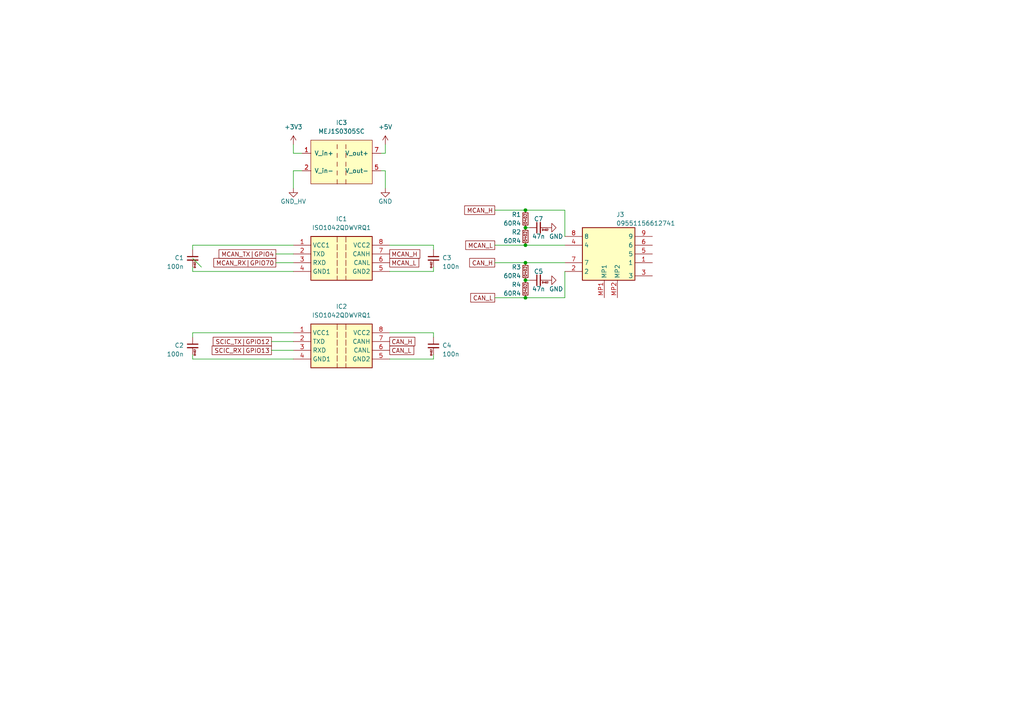
<source format=kicad_sch>
(kicad_sch (version 20230121) (generator eeschema)
  (paper "A4")
  (lib_symbols
    (symbol "LEA_SymbolLibrary:+3V3" (power) (pin_numbers hide) (pin_names (offset 0))
      (property "Value" "+3V3" (at 0 3.81 0))
      (symbol "+3V3_1_1"
        (polyline (pts (xy -0.762 1.27) (xy 0 2.54)))
        (polyline (pts (xy 0 0) (xy 0 2.54)))
        (polyline (pts (xy 0 2.54) (xy 0.762 1.27)))
        (pin power_in line (at 0 0 90) (length 0) hide (name "+3V3") (number "1"))
      )
    )
    (symbol "LEA_SymbolLibrary:+5V" (power) (pin_numbers hide) (pin_names (offset 0))
      (property "Value" "+5V" (at 0 5.08 0))
      (symbol "+5V_1_1"
        (polyline (pts (xy -0.762 1.27) (xy 0 2.54)))
        (polyline (pts (xy 0 0) (xy 0 2.54)))
        (polyline (pts (xy 0 2.54) (xy 0.762 1.27)))
        (pin power_in line (at 0 0 90) (length 0) hide (name "+5V") (number "1"))
      )
    )
    (symbol "LEA_SymbolLibrary:C_0402_100n_X7R_10P__50V" (pin_numbers hide) (pin_names (offset 0.254) hide)
      (property "Reference" "C" (at 0.762 0.508 0))
      (property "Value" "100n" (at 0.762 -1.016 0))
      (symbol "C_0402_100n_X7R_10P__50V_0_0"
        (text "0402" (at -0.635 -1.905 900) (effects (font (size 0.5 0.5))))
      )
      (symbol "C_0402_100n_X7R_10P__50V_0_1"
        (polyline (pts (xy -1.524 -0.508) (xy 1.524 -0.508)) (stroke (width 0.3302)))
        (polyline (pts (xy -1.524 0.508) (xy 1.524 0.508)) (stroke (width 0.3048)))
      )
      (symbol "C_0402_100n_X7R_10P__50V_1_1"
        (pin passive line (at 0 2.54 270) (length 2.032) (name "1") (number "1"))
        (pin passive line (at 0 -2.54 90) (length 2.032) (name "2") (number "2"))
      )
    )
    (symbol "LEA_SymbolLibrary:C_0402_47n_X5R_10P_50V" (pin_numbers hide) (pin_names (offset 0.254) hide)
      (property "Reference" "C" (at 0.254 1.778 0))
      (property "Value" "C_0402" (at 0.254 -2.032 0))
      (symbol "C_0402_47n_X5R_10P_50V_0_0"
        (text "0402" (at -0.635 -1.905 900) (effects (font (size 0.5 0.5))))
      )
      (symbol "C_0402_47n_X5R_10P_50V_0_1"
        (polyline (pts (xy -1.524 -0.508) (xy 1.524 -0.508)) (stroke (width 0.3302)))
        (polyline (pts (xy -1.524 0.508) (xy 1.524 0.508)) (stroke (width 0.3048)))
      )
      (symbol "C_0402_47n_X5R_10P_50V_1_1"
        (pin passive line (at 0 2.54 270) (length 2.032) (name "1") (number "1"))
        (pin passive line (at 0 -2.54 90) (length 2.032) (name "2") (number "2"))
      )
    )
    (symbol "LEA_SymbolLibrary:Conn_sub-D_09551156612741"
      (property "Reference" "J" (at -3.81 22.86 0))
      (property "Value" "09551156612741" (at -3.81 20.32 0))
      (symbol "Conn_sub-D_09551156612741_1_1"
        (rectangle (start 7.62 7.62) (end -7.62 -7.62) (stroke (width 0.254)) (fill (type background)))
        (pin passive line (at 12.7 -2.54 180) (length 5.08) (name "1") (number "1"))
        (pin passive line (at -12.7 -5.08 0) (length 5.08) (name "2") (number "2"))
        (pin passive line (at 12.7 -6.35 180) (length 5.08) (name "3") (number "3"))
        (pin passive line (at -12.7 2.54 0) (length 5.08) (name "4") (number "4"))
        (pin passive line (at 12.7 0 180) (length 5.08) (name "5") (number "5"))
        (pin passive line (at 12.7 2.54 180) (length 5.08) (name "6") (number "6"))
        (pin passive line (at -12.7 -2.54 0) (length 5.08) (name "7") (number "7"))
        (pin passive line (at -12.7 5.08 0) (length 5.08) (name "8") (number "8"))
        (pin passive line (at 12.7 5.08 180) (length 5.08) (name "9") (number "9"))
        (pin passive line (at -1.27 -12.7 90) (length 5.08) (name "MP1") (number "MP1"))
        (pin passive line (at 2.54 -12.7 90) (length 5.08) (name "MP2") (number "MP2"))
      )
    )
    (symbol "LEA_SymbolLibrary:DCDC_3V3_5V0_MEJ1S0305SC" (pin_names (offset 1.016))
      (property "Reference" "IC" (at -7.62 8.89 0))
      (property "Value" "DCDC_3V3_5V0_MEJ1S0305SC" (at -2.54 -6.35 0))
      (symbol "DCDC_3V3_5V0_MEJ1S0305SC_1_1"
        (rectangle (start -8.89 7.62) (end 8.89 -5.08) (fill (type background)))
        (rectangle (start -1.27 -3.81) (end -1.27 -5.08))
        (rectangle (start -1.27 -1.27) (end -1.27 -2.54))
        (rectangle (start -1.27 1.27) (end -1.27 0))
        (rectangle (start -1.27 3.81) (end -1.27 2.54))
        (rectangle (start -1.27 6.35) (end -1.27 5.08))
        (rectangle (start 1.27 -3.81) (end 1.27 -5.08))
        (rectangle (start 1.27 -1.27) (end 1.27 -2.54))
        (rectangle (start 1.27 1.27) (end 1.27 0))
        (rectangle (start 1.27 3.81) (end 1.27 2.54))
        (rectangle (start 1.27 6.35) (end 1.27 5.08))
        (pin power_in line (at -11.43 3.81 0) (length 2.54) (name "V_in+") (number "1"))
        (pin power_in line (at -11.43 -1.27 0) (length 2.54) (name "V_in-") (number "2"))
        (pin power_out line (at 11.43 -1.27 180) (length 2.54) (name "V_out-") (number "5"))
        (pin power_out line (at 11.43 3.81 180) (length 2.54) (name "V_out+") (number "7"))
      )
    )
    (symbol "LEA_SymbolLibrary:GND" (power) (pin_numbers hide) (pin_names (offset 0))
      (property "Value" "GND" (at 0 -5.08 0))
      (symbol "GND_1_1"
        (polyline (pts (xy 0 0) (xy 0 -1.27) (xy 1.27 -1.27) (xy 0 -2.54) (xy -1.27 -1.27) (xy 0 -1.27)))
        (pin power_in line (at 0 0 90) (length 0) hide (name "GND") (number "1"))
      )
    )
    (symbol "LEA_SymbolLibrary:GND_HV" (power) (pin_numbers hide) (pin_names (offset 0))
      (property "Value" "GND_HV" (at 0 -3.81 0))
      (symbol "GND_HV_1_1"
        (polyline (pts (xy 0 0) (xy 0 -1.27) (xy 1.27 -1.27) (xy 0 -2.54) (xy -1.27 -1.27) (xy 0 -1.27)))
        (pin power_in line (at 0 0 90) (length 0) hide (name "GND_HV") (number "1"))
      )
    )
    (symbol "LEA_SymbolLibrary:ISO_ISO1042QDWVRQ1"
      (property "Reference" "IC" (at -8.89 11.43 0))
      (property "Value" "ISO1042QDWVRQ1" (at -8.89 8.89 0))
      (symbol "ISO_ISO1042QDWVRQ1_1_1"
        (rectangle (start -8.89 6.35) (end 8.89 -6.35) (stroke (width 0.254)) (fill (type background)))
        (polyline (pts (xy -1.27 6.35) (xy -1.27 -6.35)) (stroke (width 0) (type dash)))
        (polyline (pts (xy 1.27 6.35) (xy 1.27 -6.35)) (stroke (width 0) (type dash)))
        (pin passive line (at -13.97 3.81 0) (length 5.08) (name "VCC1") (number "1"))
        (pin passive line (at -13.97 1.27 0) (length 5.08) (name "TXD") (number "2"))
        (pin passive line (at -13.97 -1.27 0) (length 5.08) (name "RXD") (number "3"))
        (pin passive line (at -13.97 -3.81 0) (length 5.08) (name "GND1") (number "4"))
        (pin passive line (at 13.97 -3.81 180) (length 5.08) (name "GND2") (number "5"))
        (pin passive line (at 13.97 -1.27 180) (length 5.08) (name "CANL") (number "6"))
        (pin passive line (at 13.97 1.27 180) (length 5.08) (name "CANH") (number "7"))
        (pin passive line (at 13.97 3.81 180) (length 5.08) (name "VCC2") (number "8"))
      )
    )
    (symbol "LEA_SymbolLibrary:R_0402_60R4_THICK_0.5P_50V" (pin_numbers hide) (pin_names (offset 0.254) hide)
      (property "Reference" "R" (at 1.27 1.27 0))
      (property "Value" "60R4" (at 1.27 -1.27 0))
      (symbol "R_0402_60R4_THICK_0.5P_50V_0_0"
        (text "0402" (at 0 0 900) (effects (font (size 0.8 0.8))))
      )
      (symbol "R_0402_60R4_THICK_0.5P_50V_0_1"
        (rectangle (start -0.762 1.778) (end 0.762 -1.778) (stroke (width 0.2032)))
      )
      (symbol "R_0402_60R4_THICK_0.5P_50V_1_1"
        (pin passive line (at 0 2.54 270) (length 0.762) (name "~") (number "1"))
        (pin passive line (at 0 -2.54 90) (length 0.762) (name "~") (number "2"))
      )
    )
  )
  (junction (at 152.4 81.28))
  (junction (at 152.4 71.12))
  (junction (at 152.4 66.04))
  (junction (at 152.4 60.96))
  (junction (at 152.4 86.36))
  (junction (at 152.4 76.2))
  (bus_entry (at 55.88 74.93) (size 2.54 2.54))
  (wire (pts (xy 85.09 44.45) (xy 87.63 44.45)))
  (wire (pts (xy 143.51 76.2) (xy 152.4 76.2)))
  (wire (pts (xy 125.73 96.52) (xy 125.73 97.79)))
  (wire (pts (xy 152.4 71.12) (xy 163.83 71.12)))
  (wire (pts (xy 111.76 41.91) (xy 111.76 44.45)))
  (wire (pts (xy 113.03 71.12) (xy 125.73 71.12)))
  (wire (pts (xy 55.88 78.74) (xy 85.09 78.74)))
  (wire (pts (xy 78.74 99.06) (xy 85.09 99.06)))
  (wire (pts (xy 78.74 101.6) (xy 85.09 101.6)))
  (wire (pts (xy 85.09 54.61) (xy 85.09 49.53)))
  (wire (pts (xy 152.4 86.36) (xy 163.83 86.36)))
  (wire (pts (xy 163.83 78.74) (xy 163.83 86.36)))
  (wire (pts (xy 85.09 49.53) (xy 87.63 49.53)))
  (wire (pts (xy 55.88 71.12) (xy 85.09 71.12)))
  (wire (pts (xy 143.51 86.36) (xy 152.4 86.36)))
  (wire (pts (xy 125.73 102.87) (xy 125.73 104.14)))
  (wire (pts (xy 125.73 78.74) (xy 113.03 78.74)))
  (wire (pts (xy 55.88 97.79) (xy 55.88 96.52)))
  (wire (pts (xy 55.88 96.52) (xy 85.09 96.52)))
  (wire (pts (xy 152.4 81.28) (xy 153.67 81.28)))
  (wire (pts (xy 152.4 60.96) (xy 163.83 60.96)))
  (wire (pts (xy 55.88 104.14) (xy 85.09 104.14)))
  (wire (pts (xy 125.73 104.14) (xy 113.03 104.14)))
  (wire (pts (xy 111.76 49.53) (xy 111.76 54.61)))
  (wire (pts (xy 143.51 71.12) (xy 152.4 71.12)))
  (wire (pts (xy 55.88 72.39) (xy 55.88 71.12)))
  (wire (pts (xy 55.88 77.47) (xy 55.88 78.74)))
  (wire (pts (xy 152.4 66.04) (xy 153.67 66.04)))
  (wire (pts (xy 111.76 44.45) (xy 110.49 44.45)))
  (wire (pts (xy 55.88 102.87) (xy 55.88 104.14)))
  (wire (pts (xy 110.49 49.53) (xy 111.76 49.53)))
  (wire (pts (xy 113.03 96.52) (xy 125.73 96.52)))
  (wire (pts (xy 80.01 76.2) (xy 85.09 76.2)))
  (wire (pts (xy 152.4 76.2) (xy 163.83 76.2)))
  (wire (pts (xy 125.73 77.47) (xy 125.73 78.74)))
  (wire (pts (xy 80.01 73.66) (xy 85.09 73.66)))
  (wire (pts (xy 125.73 71.12) (xy 125.73 72.39)))
  (wire (pts (xy 163.83 60.96) (xy 163.83 68.58)))
  (wire (pts (xy 143.51 60.96) (xy 152.4 60.96)))
  (wire (pts (xy 85.09 41.91) (xy 85.09 44.45)))
  (global_label "CAN_H" (shape passive) (at 113.03 99.06 0) (property "Intersheetrefs" "${INTERSHEET_REFS}" (effects hide)))
  (global_label "SCIC_TX|GPIO12" (shape passive) (at 78.74 99.06 180) (property "Intersheetrefs" "${INTERSHEET_REFS}" (effects hide)))
  (global_label "MCAN_RX|GPIO70" (shape passive) (at 80.01 76.2 180) (property "Intersheetrefs" "${INTERSHEET_REFS}" (effects hide)))
  (global_label "MCAN_L" (shape passive) (at 143.51 71.12 180) (property "Intersheetrefs" "${INTERSHEET_REFS}" (effects hide)))
  (global_label "SCIC_RX|GPIO13" (shape passive) (at 78.74 101.6 180) (property "Intersheetrefs" "${INTERSHEET_REFS}" (effects hide)))
  (global_label "MCAN_H" (shape passive) (at 113.03 73.66 0) (property "Intersheetrefs" "${INTERSHEET_REFS}" (effects hide)))
  (global_label "CAN_L" (shape passive) (at 143.51 86.36 180) (property "Intersheetrefs" "${INTERSHEET_REFS}" (effects hide)))
  (global_label "MCAN_TX|GPIO4" (shape passive) (at 80.01 73.66 180) (property "Intersheetrefs" "${INTERSHEET_REFS}" (effects hide)))
  (global_label "CAN_H" (shape passive) (at 143.51 76.2 180) (property "Intersheetrefs" "${INTERSHEET_REFS}" (effects hide)))
  (global_label "MCAN_L" (shape passive) (at 113.03 76.2 0) (property "Intersheetrefs" "${INTERSHEET_REFS}" (effects hide)))
  (global_label "CAN_L" (shape passive) (at 113.03 101.6 0) (property "Intersheetrefs" "${INTERSHEET_REFS}" (effects hide)))
  (global_label "MCAN_H" (shape passive) (at 143.51 60.96 180) (property "Intersheetrefs" "${INTERSHEET_REFS}" (effects hide)))
  (symbol (lib_id "LEA_SymbolLibrary:C_0402_100n_X7R_10P__50V") (at 125.73 100.33 0) (unit 1)
    (property "Reference" "C4" (at 128.27 100.1804 0) (effects (justify left)))
    (property "Value" "100n" (at 128.27 102.7204 0) (effects (justify left)))
    (property "Footprint" "LEA_FootprintLibrary:C_0402" (effects hide))
    (property "manf#" "C1005X7R1H104K" (effects hide))
    (property "Manufacturer" "TDK" (effects hide))
    (property "mouser#" "810-C1005X7R1H104K" (effects hide))
  )
  (symbol (lib_id "LEA_SymbolLibrary:C_0402_47n_X5R_10P_50V") (at 156.21 81.28 90) (unit 1)
    (property "Reference" "C5" (at 156.21 78.74 90))
    (property "Value" "47n" (at 156.21 83.82 90))
    (property "Footprint" "LEA_FootprintLibrary:C_0402" (effects hide))
    (property "Datasheet" "https://eu.mouser.com/datasheet/2/281/1/GRM155R61H473KE14_01A-1983897.pdf" (effects hide))
    (property "manf#" "GRM155R61H473KE14D" (effects hide))
    (property "Manufacturer" "Murata Electronics" (effects hide))
    (property "mouser#" "81-GRM155R61H473KE4D" (effects hide))
  )
  (symbol (lib_id "LEA_SymbolLibrary:GND") (at 158.75 81.28 90) (unit 1)
    (property "Reference" "#PWR07" (effects hide))
    (property "Value" "GND" (at 161.29 83.82 90))
  )
  (symbol (lib_id "LEA_SymbolLibrary:GND") (at 158.75 66.04 90) (unit 1)
    (property "Reference" "#PWR03" (effects hide))
    (property "Value" "GND" (at 161.29 68.58 90))
  )
  (symbol (lib_id "LEA_SymbolLibrary:C_0402_100n_X7R_10P__50V") (at 55.88 74.93 0) (mirror y) (unit 1)
    (property "Reference" "C1" (at 53.34 74.7804 0) (effects (justify left)))
    (property "Value" "100n" (at 53.34 77.3204 0) (effects (justify left)))
    (property "Footprint" "LEA_FootprintLibrary:C_0402" (effects hide))
    (property "manf#" "C1005X7R1H104K" (effects hide))
    (property "Manufacturer" "TDK" (effects hide))
    (property "mouser#" "810-C1005X7R1H104K" (effects hide))
  )
  (symbol (lib_id "LEA_SymbolLibrary:+3V3") (at 85.09 41.91 0) (unit 1)
    (property "Reference" "#PWR02" (effects hide))
    (property "Value" "+3V3" (at 85.09 36.83 0))
  )
  (symbol (lib_id "LEA_SymbolLibrary:R_0402_60R4_THICK_0.5P_50V") (at 152.4 63.5 0) (mirror y) (unit 1)
    (property "Reference" "R1" (at 151.13 62.23 0) (effects (justify left)))
    (property "Value" "60R4" (at 151.13 64.77 0) (effects (justify left)))
    (property "Footprint" "LEA_FootprintLibrary:R_0402" (effects hide))
    (property "Datasheet" "https://www.mouser.de/datasheet/2/315/AOA0000C331-1141874.pdf" (effects hide))
    (property "manf#" "ERJ-PA2D60R4X" (effects hide))
    (property "mouser#" "667-ERJ-PA2D60R4X" (effects hide))
    (property "Manufacturer" "Panasonic" (effects hide))
  )
  (symbol (lib_id "LEA_SymbolLibrary:ISO_ISO1042QDWVRQ1") (at 99.06 74.93 0) (unit 1)
    (property "Reference" "IC1" (at 99.06 63.5 0))
    (property "Value" "ISO1042QDWVRQ1" (at 99.06 66.04 0))
    (property "Footprint" "LEA_FootprintLibrary:SOIC127P1150X280-8N" (effects hide))
    (property "Datasheet" "http://www.ti.com/lit/gpn/ISO1042-Q1" (effects hide))
    (property "mouser#" "595-ISO1042QDWVRQ1" (effects hide))
    (property "Manufacturer" "Texas Instruments" (effects hide))
    (property "manf#" "ISO1042QDWVRQ1" (effects hide))
  )
  (symbol (lib_id "LEA_SymbolLibrary:GND_HV") (at 85.09 54.61 0) (unit 1)
    (property "Reference" "#PWR04" (effects hide))
    (property "Value" "GND_HV" (at 85.09 58.42 0))
  )
  (symbol (lib_id "LEA_SymbolLibrary:DCDC_3V3_5V0_MEJ1S0305SC") (at 99.06 48.26 0) (unit 1)
    (property "Reference" "IC3" (at 99.06 35.56 0))
    (property "Value" "MEJ1S0305SC" (at 99.06 38.1 0))
    (property "Footprint" "LEA_FootprintLibrary:SIP-7_Murata_MEJ1S0305SC" (effects hide))
    (property "Datasheet" "https://www.murata.com/products/productdata/8807029768222/kdc-mej1.pdf?1620963016000" (effects hide))
    (property "Manufacturer" "Murata" (effects hide))
    (property "mouser#" "580-MEJ1S0305SC" (effects hide))
    (property "manf#" "MEJ1S0305SC" (effects hide))
  )
  (symbol (lib_id "LEA_SymbolLibrary:ISO_ISO1042QDWVRQ1") (at 99.06 100.33 0) (unit 1)
    (property "Reference" "IC2" (at 99.06 88.9 0))
    (property "Value" "ISO1042QDWVRQ1" (at 99.06 91.44 0))
    (property "Footprint" "LEA_FootprintLibrary:SOIC127P1150X280-8N" (effects hide))
    (property "Datasheet" "http://www.ti.com/lit/gpn/ISO1042-Q1" (effects hide))
    (property "mouser#" "595-ISO1042QDWVRQ1" (effects hide))
    (property "Manufacturer" "Texas Instruments" (effects hide))
    (property "manf#" "ISO1042QDWVRQ1" (effects hide))
  )
  (symbol (lib_id "LEA_SymbolLibrary:C_0402_100n_X7R_10P__50V") (at 55.88 100.33 0) (mirror y) (unit 1)
    (property "Reference" "C2" (at 53.34 100.1804 0) (effects (justify left)))
    (property "Value" "100n" (at 53.34 102.7204 0) (effects (justify left)))
    (property "Footprint" "LEA_FootprintLibrary:C_0402" (effects hide))
    (property "manf#" "C1005X7R1H104K" (effects hide))
    (property "Manufacturer" "TDK" (effects hide))
    (property "mouser#" "810-C1005X7R1H104K" (effects hide))
  )
  (symbol (lib_id "LEA_SymbolLibrary:C_0402_100n_X7R_10P__50V") (at 125.73 74.93 0) (unit 1)
    (property "Reference" "C3" (at 128.27 74.7804 0) (effects (justify left)))
    (property "Value" "100n" (at 128.27 77.3204 0) (effects (justify left)))
    (property "Footprint" "LEA_FootprintLibrary:C_0402" (effects hide))
    (property "manf#" "C1005X7R1H104K" (effects hide))
    (property "Manufacturer" "TDK" (effects hide))
    (property "mouser#" "810-C1005X7R1H104K" (effects hide))
  )
  (symbol (lib_id "LEA_SymbolLibrary:GND") (at 111.76 54.61 0) (unit 1)
    (property "Reference" "#PWR01" (effects hide))
    (property "Value" "GND" (at 111.76 58.42 0))
  )
  (symbol (lib_id "LEA_SymbolLibrary:C_0402_47n_X5R_10P_50V") (at 156.21 66.04 90) (unit 1)
    (property "Reference" "C7" (at 156.21 63.5 90))
    (property "Value" "47n" (at 156.21 68.58 90))
    (property "Footprint" "LEA_FootprintLibrary:C_0402" (effects hide))
    (property "Datasheet" "https://eu.mouser.com/datasheet/2/281/1/GRM155R61H473KE14_01A-1983897.pdf" (effects hide))
    (property "manf#" "GRM155R61H473KE14D" (effects hide))
    (property "Manufacturer" "Murata Electronics" (effects hide))
    (property "mouser#" "81-GRM155R61H473KE4D" (effects hide))
  )
  (symbol (lib_id "LEA_SymbolLibrary:R_0402_60R4_THICK_0.5P_50V") (at 152.4 78.74 0) (mirror y) (unit 1)
    (property "Reference" "R3" (at 151.13 77.47 0) (effects (justify left)))
    (property "Value" "60R4" (at 151.13 80.01 0) (effects (justify left)))
    (property "Footprint" "LEA_FootprintLibrary:R_0402" (effects hide))
    (property "Datasheet" "https://www.mouser.de/datasheet/2/315/AOA0000C331-1141874.pdf" (effects hide))
    (property "manf#" "ERJ-PA2D60R4X" (effects hide))
    (property "mouser#" "667-ERJ-PA2D60R4X" (effects hide))
    (property "Manufacturer" "Panasonic" (effects hide))
  )
  (symbol (lib_id "LEA_SymbolLibrary:R_0402_60R4_THICK_0.5P_50V") (at 152.4 83.82 0) (mirror y) (unit 1)
    (property "Reference" "R4" (at 151.13 82.55 0) (effects (justify left)))
    (property "Value" "60R4" (at 151.13 85.09 0) (effects (justify left)))
    (property "Footprint" "LEA_FootprintLibrary:R_0402" (effects hide))
    (property "Datasheet" "https://www.mouser.de/datasheet/2/315/AOA0000C331-1141874.pdf" (effects hide))
    (property "manf#" "ERJ-PA2D60R4X" (effects hide))
    (property "mouser#" "667-ERJ-PA2D60R4X" (effects hide))
    (property "Manufacturer" "Panasonic" (effects hide))
  )
  (symbol (lib_id "LEA_SymbolLibrary:Conn_sub-D_09551156612741") (at 176.53 73.66 0) (unit 1)
    (property "Reference" "J3" (at 178.7241 62.23 0) (effects (justify left)))
    (property "Value" "09551156612741" (at 178.7241 64.77 0) (effects (justify left)))
    (property "Footprint" "LEA_FootprintLibrary:Conn_Sub-D_09551156612741" (effects hide))
    (property "Datasheet" "https://b2b.harting.com/files/download/PRD/PDF_DS/PDF_DS_09550200302.pdf" (effects hide))
    (property "mouser#" "617-09551156612741" (effects hide))
    (property "Manufacturer" "HARTING" (effects hide))
    (property "manf#" "09551156612741" (effects hide))
  )
  (symbol (lib_id "LEA_SymbolLibrary:R_0402_60R4_THICK_0.5P_50V") (at 152.4 68.58 0) (mirror y) (unit 1)
    (property "Reference" "R2" (at 151.13 67.31 0) (effects (justify left)))
    (property "Value" "60R4" (at 151.13 69.85 0) (effects (justify left)))
    (property "Footprint" "LEA_FootprintLibrary:R_0402" (effects hide))
    (property "Datasheet" "https://www.mouser.de/datasheet/2/315/AOA0000C331-1141874.pdf" (effects hide))
    (property "manf#" "ERJ-PA2D60R4X" (effects hide))
    (property "mouser#" "667-ERJ-PA2D60R4X" (effects hide))
    (property "Manufacturer" "Panasonic" (effects hide))
  )
  (symbol (lib_id "LEA_SymbolLibrary:+5V") (at 111.76 41.91 0) (unit 1)
    (property "Reference" "#PWR05" (effects hide))
    (property "Value" "+5V" (at 111.76 36.83 0))
  )
)
</source>
